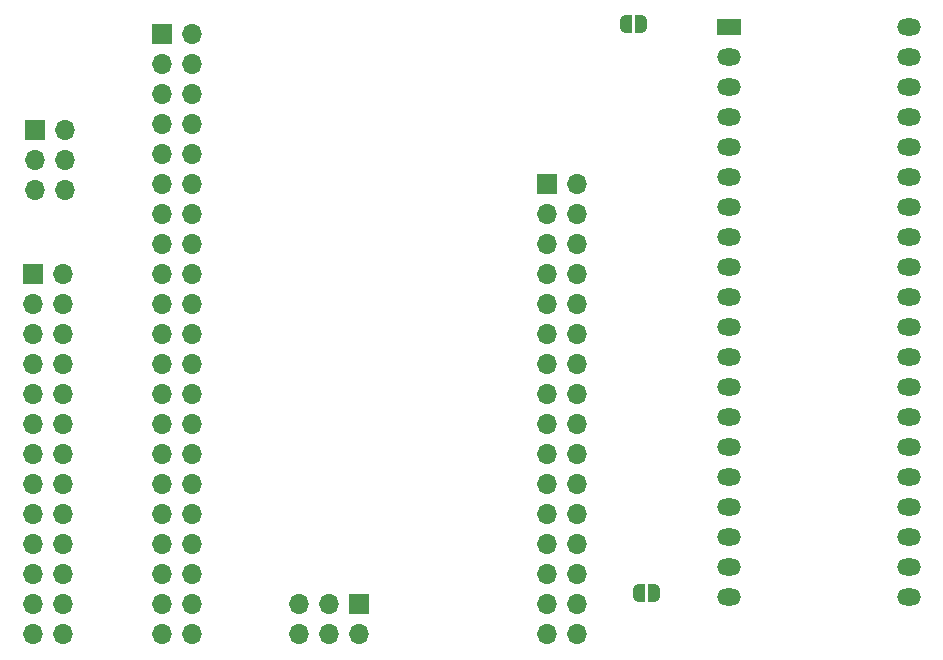
<source format=gbr>
%TF.GenerationSoftware,KiCad,Pcbnew,8.0.4*%
%TF.CreationDate,2024-09-01T11:51:46-07:00*%
%TF.ProjectId,chip_tester,63686970-5f74-4657-9374-65722e6b6963,rev?*%
%TF.SameCoordinates,Original*%
%TF.FileFunction,Soldermask,Top*%
%TF.FilePolarity,Negative*%
%FSLAX46Y46*%
G04 Gerber Fmt 4.6, Leading zero omitted, Abs format (unit mm)*
G04 Created by KiCad (PCBNEW 8.0.4) date 2024-09-01 11:51:46*
%MOMM*%
%LPD*%
G01*
G04 APERTURE LIST*
G04 Aperture macros list*
%AMFreePoly0*
4,1,19,0.500000,-0.750000,0.000000,-0.750000,0.000000,-0.744911,-0.071157,-0.744911,-0.207708,-0.704816,-0.327430,-0.627875,-0.420627,-0.520320,-0.479746,-0.390866,-0.500000,-0.250000,-0.500000,0.250000,-0.479746,0.390866,-0.420627,0.520320,-0.327430,0.627875,-0.207708,0.704816,-0.071157,0.744911,0.000000,0.744911,0.000000,0.750000,0.500000,0.750000,0.500000,-0.750000,0.500000,-0.750000,
$1*%
%AMFreePoly1*
4,1,19,0.000000,0.744911,0.071157,0.744911,0.207708,0.704816,0.327430,0.627875,0.420627,0.520320,0.479746,0.390866,0.500000,0.250000,0.500000,-0.250000,0.479746,-0.390866,0.420627,-0.520320,0.327430,-0.627875,0.207708,-0.704816,0.071157,-0.744911,0.000000,-0.744911,0.000000,-0.750000,-0.500000,-0.750000,-0.500000,0.750000,0.000000,0.750000,0.000000,0.744911,0.000000,0.744911,
$1*%
G04 Aperture macros list end*
%ADD10R,1.700000X1.700000*%
%ADD11O,1.700000X1.700000*%
%ADD12FreePoly0,0.000000*%
%ADD13FreePoly1,0.000000*%
%ADD14R,2.000000X1.440000*%
%ADD15O,2.000000X1.440000*%
G04 APERTURE END LIST*
D10*
%TO.C,J6*%
X60500000Y-83180000D03*
D11*
X63040000Y-83180000D03*
X60500000Y-85720000D03*
X63040000Y-85720000D03*
X60500000Y-88260000D03*
X63040000Y-88260000D03*
X60500000Y-90800000D03*
X63040000Y-90800000D03*
X60500000Y-93340000D03*
X63040000Y-93340000D03*
X60500000Y-95880000D03*
X63040000Y-95880000D03*
X60500000Y-98420000D03*
X63040000Y-98420000D03*
X60500000Y-100960000D03*
X63040000Y-100960000D03*
X60500000Y-103500000D03*
X63040000Y-103500000D03*
X60500000Y-106040000D03*
X63040000Y-106040000D03*
X60500000Y-108580000D03*
X63040000Y-108580000D03*
X60500000Y-111120000D03*
X63040000Y-111120000D03*
X60500000Y-113660000D03*
X63040000Y-113660000D03*
%TD*%
D10*
%TO.C,J2*%
X71500000Y-62900000D03*
D11*
X74040000Y-62900000D03*
X71500000Y-65440000D03*
X74040000Y-65440000D03*
X71500000Y-67980000D03*
X74040000Y-67980000D03*
X71500000Y-70520000D03*
X74040000Y-70520000D03*
X71500000Y-73060000D03*
X74040000Y-73060000D03*
X71500000Y-75600000D03*
X74040000Y-75600000D03*
X71500000Y-78140000D03*
X74040000Y-78140000D03*
X71500000Y-80680000D03*
X74040000Y-80680000D03*
X71500000Y-83220000D03*
X74040000Y-83220000D03*
X71500000Y-85760000D03*
X74040000Y-85760000D03*
X71500000Y-88300000D03*
X74040000Y-88300000D03*
X71500000Y-90840000D03*
X74040000Y-90840000D03*
X71500000Y-93380000D03*
X74040000Y-93380000D03*
X71500000Y-95920000D03*
X74040000Y-95920000D03*
X71500000Y-98460000D03*
X74040000Y-98460000D03*
X71500000Y-101000000D03*
X74040000Y-101000000D03*
X71500000Y-103540000D03*
X74040000Y-103540000D03*
X71500000Y-106080000D03*
X74040000Y-106080000D03*
X71500000Y-108620000D03*
X74040000Y-108620000D03*
X71500000Y-111160000D03*
X74040000Y-111160000D03*
X71500000Y-113700000D03*
X74040000Y-113700000D03*
%TD*%
D10*
%TO.C,J4*%
X60710000Y-71000000D03*
D11*
X63250000Y-71000000D03*
X60710000Y-73540000D03*
X63250000Y-73540000D03*
X60710000Y-76080000D03*
X63250000Y-76080000D03*
%TD*%
D12*
%TO.C,JP1*%
X111850000Y-110250000D03*
D13*
X113150000Y-110250000D03*
%TD*%
D14*
%TO.C,J1*%
X119500000Y-62300000D03*
D15*
X119500000Y-64840000D03*
X119500000Y-67380000D03*
X119500000Y-69920000D03*
X119500000Y-72460000D03*
X119500000Y-75000000D03*
X119500000Y-77540000D03*
X119500000Y-80080000D03*
X119500000Y-82620000D03*
X119500000Y-85160000D03*
X119500000Y-87700000D03*
X119500000Y-90240000D03*
X119500000Y-92780000D03*
X119500000Y-95320000D03*
X119500000Y-97860000D03*
X119500000Y-100400000D03*
X119500000Y-102940000D03*
X119500000Y-105480000D03*
X119500000Y-108020000D03*
X119500000Y-110560000D03*
X134740000Y-110560000D03*
X134740000Y-108020000D03*
X134740000Y-105480000D03*
X134740000Y-102940000D03*
X134740000Y-100400000D03*
X134740000Y-97860000D03*
X134740000Y-95320000D03*
X134740000Y-92780000D03*
X134740000Y-90240000D03*
X134740000Y-87700000D03*
X134740000Y-85160000D03*
X134740000Y-82620000D03*
X134740000Y-80080000D03*
X134740000Y-77540000D03*
X134740000Y-75000000D03*
X134740000Y-72460000D03*
X134740000Y-69920000D03*
X134740000Y-67380000D03*
X134740000Y-64840000D03*
X134740000Y-62300000D03*
%TD*%
D12*
%TO.C,JP2*%
X110740000Y-62060000D03*
D13*
X112040000Y-62060000D03*
%TD*%
D10*
%TO.C,J5*%
X88120000Y-111160000D03*
D11*
X88120000Y-113700000D03*
X85580000Y-111160000D03*
X85580000Y-113700000D03*
X83040000Y-111160000D03*
X83040000Y-113700000D03*
%TD*%
D10*
%TO.C,J3*%
X104040000Y-75600000D03*
D11*
X106580000Y-75600000D03*
X104040000Y-78140000D03*
X106580000Y-78140000D03*
X104040000Y-80680000D03*
X106580000Y-80680000D03*
X104040000Y-83220000D03*
X106580000Y-83220000D03*
X104040000Y-85760000D03*
X106580000Y-85760000D03*
X104040000Y-88300000D03*
X106580000Y-88300000D03*
X104040000Y-90840000D03*
X106580000Y-90840000D03*
X104040000Y-93380000D03*
X106580000Y-93380000D03*
X104040000Y-95920000D03*
X106580000Y-95920000D03*
X104040000Y-98460000D03*
X106580000Y-98460000D03*
X104040000Y-101000000D03*
X106580000Y-101000000D03*
X104040000Y-103540000D03*
X106580000Y-103540000D03*
X104040000Y-106080000D03*
X106580000Y-106080000D03*
X104040000Y-108620000D03*
X106580000Y-108620000D03*
X104040000Y-111160000D03*
X106580000Y-111160000D03*
X104040000Y-113700000D03*
X106580000Y-113700000D03*
%TD*%
M02*

</source>
